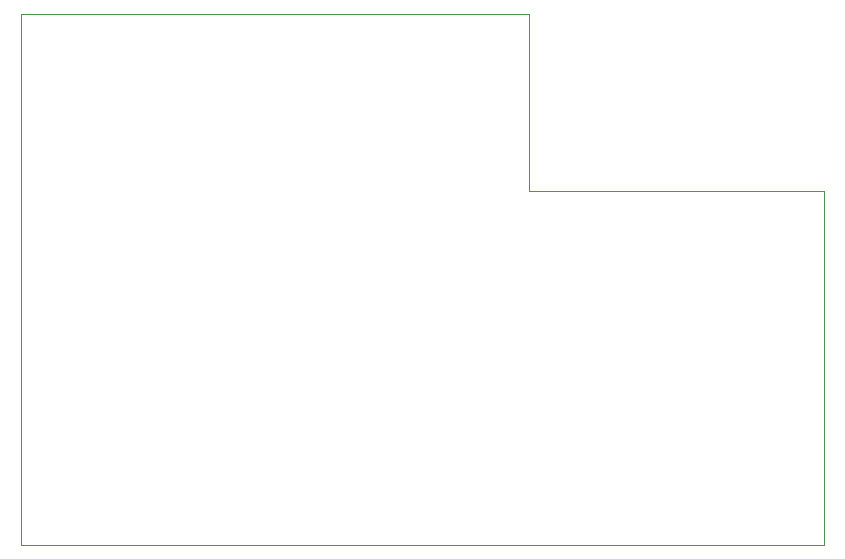
<source format=gbr>
G04 #@! TF.GenerationSoftware,KiCad,Pcbnew,(5.1.5)-3*
G04 #@! TF.CreationDate,2020-04-20T12:10:48-07:00*
G04 #@! TF.ProjectId,10096510 Battery Connection,31303039-3635-4313-9020-426174746572,rev?*
G04 #@! TF.SameCoordinates,PXb874050PY8789ff8*
G04 #@! TF.FileFunction,Profile,NP*
%FSLAX46Y46*%
G04 Gerber Fmt 4.6, Leading zero omitted, Abs format (unit mm)*
G04 Created by KiCad (PCBNEW (5.1.5)-3) date 2020-04-20 12:10:48*
%MOMM*%
%LPD*%
G04 APERTURE LIST*
%ADD10C,0.100000*%
G04 APERTURE END LIST*
D10*
X0Y0D02*
X0Y44983400D01*
X0Y44983400D02*
X43002200Y44983400D01*
X43002200Y29997400D02*
X43002200Y44983400D01*
X43002200Y29997400D02*
X68021200Y29997400D01*
X68021200Y0D02*
X68021200Y29997400D01*
X0Y0D02*
X68021200Y0D01*
M02*

</source>
